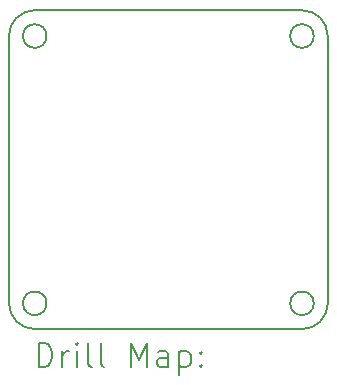
<source format=gbr>
%TF.GenerationSoftware,KiCad,Pcbnew,7.0.7*%
%TF.CreationDate,2024-08-09T21:04:42-05:00*%
%TF.ProjectId,O32controller,4f333263-6f6e-4747-926f-6c6c65722e6b,3.1*%
%TF.SameCoordinates,Original*%
%TF.FileFunction,Drillmap*%
%TF.FilePolarity,Positive*%
%FSLAX45Y45*%
G04 Gerber Fmt 4.5, Leading zero omitted, Abs format (unit mm)*
G04 Created by KiCad (PCBNEW 7.0.7) date 2024-08-09 21:04:42*
%MOMM*%
%LPD*%
G01*
G04 APERTURE LIST*
%ADD10C,0.150000*%
%ADD11C,0.200000*%
G04 APERTURE END LIST*
D10*
X6231400Y-6131400D02*
G75*
G03*
X6231400Y-6131400I-100000J0D01*
G01*
X3868600Y-3650000D02*
X6131400Y-3650000D01*
X3650000Y-6131400D02*
G75*
G03*
X3868600Y-6350000I218600J0D01*
G01*
X3868600Y-3650000D02*
G75*
G03*
X3650000Y-3868600I0J-218600D01*
G01*
X3868600Y-6350000D02*
X6131400Y-6350000D01*
X6350000Y-3868600D02*
X6350000Y-6131400D01*
X6350000Y-3868600D02*
G75*
G03*
X6131400Y-3650000I-218600J0D01*
G01*
X3968600Y-6131400D02*
G75*
G03*
X3968600Y-6131400I-100000J0D01*
G01*
X3968600Y-3868600D02*
G75*
G03*
X3968600Y-3868600I-100000J0D01*
G01*
X6131400Y-6350000D02*
G75*
G03*
X6350000Y-6131400I0J218600D01*
G01*
X6231400Y-3868600D02*
G75*
G03*
X6231400Y-3868600I-100000J0D01*
G01*
X3650000Y-3868600D02*
X3650000Y-6131400D01*
D11*
X3903277Y-6668984D02*
X3903277Y-6468984D01*
X3903277Y-6468984D02*
X3950896Y-6468984D01*
X3950896Y-6468984D02*
X3979467Y-6478508D01*
X3979467Y-6478508D02*
X3998515Y-6497555D01*
X3998515Y-6497555D02*
X4008039Y-6516603D01*
X4008039Y-6516603D02*
X4017562Y-6554698D01*
X4017562Y-6554698D02*
X4017562Y-6583269D01*
X4017562Y-6583269D02*
X4008039Y-6621365D01*
X4008039Y-6621365D02*
X3998515Y-6640412D01*
X3998515Y-6640412D02*
X3979467Y-6659460D01*
X3979467Y-6659460D02*
X3950896Y-6668984D01*
X3950896Y-6668984D02*
X3903277Y-6668984D01*
X4103277Y-6668984D02*
X4103277Y-6535650D01*
X4103277Y-6573746D02*
X4112801Y-6554698D01*
X4112801Y-6554698D02*
X4122324Y-6545174D01*
X4122324Y-6545174D02*
X4141372Y-6535650D01*
X4141372Y-6535650D02*
X4160420Y-6535650D01*
X4227086Y-6668984D02*
X4227086Y-6535650D01*
X4227086Y-6468984D02*
X4217563Y-6478508D01*
X4217563Y-6478508D02*
X4227086Y-6488031D01*
X4227086Y-6488031D02*
X4236610Y-6478508D01*
X4236610Y-6478508D02*
X4227086Y-6468984D01*
X4227086Y-6468984D02*
X4227086Y-6488031D01*
X4350896Y-6668984D02*
X4331848Y-6659460D01*
X4331848Y-6659460D02*
X4322324Y-6640412D01*
X4322324Y-6640412D02*
X4322324Y-6468984D01*
X4455658Y-6668984D02*
X4436610Y-6659460D01*
X4436610Y-6659460D02*
X4427086Y-6640412D01*
X4427086Y-6640412D02*
X4427086Y-6468984D01*
X4684229Y-6668984D02*
X4684229Y-6468984D01*
X4684229Y-6468984D02*
X4750896Y-6611841D01*
X4750896Y-6611841D02*
X4817563Y-6468984D01*
X4817563Y-6468984D02*
X4817563Y-6668984D01*
X4998515Y-6668984D02*
X4998515Y-6564222D01*
X4998515Y-6564222D02*
X4988991Y-6545174D01*
X4988991Y-6545174D02*
X4969944Y-6535650D01*
X4969944Y-6535650D02*
X4931848Y-6535650D01*
X4931848Y-6535650D02*
X4912801Y-6545174D01*
X4998515Y-6659460D02*
X4979467Y-6668984D01*
X4979467Y-6668984D02*
X4931848Y-6668984D01*
X4931848Y-6668984D02*
X4912801Y-6659460D01*
X4912801Y-6659460D02*
X4903277Y-6640412D01*
X4903277Y-6640412D02*
X4903277Y-6621365D01*
X4903277Y-6621365D02*
X4912801Y-6602317D01*
X4912801Y-6602317D02*
X4931848Y-6592793D01*
X4931848Y-6592793D02*
X4979467Y-6592793D01*
X4979467Y-6592793D02*
X4998515Y-6583269D01*
X5093753Y-6535650D02*
X5093753Y-6735650D01*
X5093753Y-6545174D02*
X5112801Y-6535650D01*
X5112801Y-6535650D02*
X5150896Y-6535650D01*
X5150896Y-6535650D02*
X5169944Y-6545174D01*
X5169944Y-6545174D02*
X5179467Y-6554698D01*
X5179467Y-6554698D02*
X5188991Y-6573746D01*
X5188991Y-6573746D02*
X5188991Y-6630888D01*
X5188991Y-6630888D02*
X5179467Y-6649936D01*
X5179467Y-6649936D02*
X5169944Y-6659460D01*
X5169944Y-6659460D02*
X5150896Y-6668984D01*
X5150896Y-6668984D02*
X5112801Y-6668984D01*
X5112801Y-6668984D02*
X5093753Y-6659460D01*
X5274705Y-6649936D02*
X5284229Y-6659460D01*
X5284229Y-6659460D02*
X5274705Y-6668984D01*
X5274705Y-6668984D02*
X5265182Y-6659460D01*
X5265182Y-6659460D02*
X5274705Y-6649936D01*
X5274705Y-6649936D02*
X5274705Y-6668984D01*
X5274705Y-6545174D02*
X5284229Y-6554698D01*
X5284229Y-6554698D02*
X5274705Y-6564222D01*
X5274705Y-6564222D02*
X5265182Y-6554698D01*
X5265182Y-6554698D02*
X5274705Y-6545174D01*
X5274705Y-6545174D02*
X5274705Y-6564222D01*
M02*

</source>
